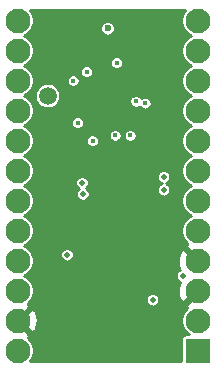
<source format=gbr>
%TF.GenerationSoftware,KiCad,Pcbnew,5.1.7+dfsg1-1~bpo10+1*%
%TF.CreationDate,Date%
%TF.ProjectId,ProMicro_POS,50726f4d-6963-4726-9f5f-504f532e6b69,v3.3*%
%TF.SameCoordinates,Original*%
%TF.FileFunction,Copper,L2,Inr*%
%TF.FilePolarity,Positive*%
%FSLAX46Y46*%
G04 Gerber Fmt 4.6, Leading zero omitted, Abs format (unit mm)*
G04 Created by KiCad*
%MOMM*%
%LPD*%
G01*
G04 APERTURE LIST*
%TA.AperFunction,ComponentPad*%
%ADD10R,2.100000X2.100000*%
%TD*%
%TA.AperFunction,ComponentPad*%
%ADD11C,2.100000*%
%TD*%
%TA.AperFunction,ComponentPad*%
%ADD12C,0.600000*%
%TD*%
%TA.AperFunction,ComponentPad*%
%ADD13C,1.500000*%
%TD*%
%TA.AperFunction,ViaPad*%
%ADD14C,0.500000*%
%TD*%
%TA.AperFunction,ViaPad*%
%ADD15C,0.450000*%
%TD*%
%TA.AperFunction,Conductor*%
%ADD16C,0.254000*%
%TD*%
%TA.AperFunction,Conductor*%
%ADD17C,0.100000*%
%TD*%
%ADD18C,0.200000*%
%ADD19C,0.350000*%
G04 APERTURE END LIST*
D10*
%TO.N,RXD*%
%TO.C,A1*%
X0Y0D03*
D11*
%TO.N,TXD*%
X0Y2540000D03*
%TO.N,GND*%
X0Y5080000D03*
%TO.N,Net-(A1-Pad13)*%
X-15240000Y27940000D03*
%TO.N,GND*%
X0Y7620000D03*
%TO.N,Net-(A1-Pad14)*%
X-15240000Y25400000D03*
%TO.N,SDA*%
X0Y10160000D03*
%TO.N,Net-(A1-Pad15)*%
X-15240000Y22860000D03*
%TO.N,SCL*%
X0Y12700000D03*
%TO.N,Net-(A1-Pad16)*%
X-15240000Y20320000D03*
%TO.N,Net-(A1-Pad7)*%
X0Y15240000D03*
%TO.N,Net-(A1-Pad17)*%
X-15240000Y17780000D03*
%TO.N,PWM*%
X0Y17780000D03*
%TO.N,Net-(A1-Pad18)*%
X-15240000Y15240000D03*
%TO.N,Net-(A1-Pad9)*%
X0Y20320000D03*
%TO.N,Net-(A1-Pad19)*%
X-15240000Y12700000D03*
%TO.N,INT*%
X0Y22860000D03*
%TO.N,Net-(A1-Pad20)*%
X-15240000Y10160000D03*
%TO.N,Net-(A1-Pad11)*%
X0Y25400000D03*
%TO.N,+3V3*%
X-15240000Y7620000D03*
%TO.N,Net-(A1-Pad12)*%
X0Y27940000D03*
%TO.N,~RST*%
X-15240000Y5080000D03*
%TO.N,GND*%
X-15240000Y2540000D03*
%TO.N,+5V*%
X-15240000Y0D03*
%TD*%
D12*
%TO.N,*%
%TO.C,H2*%
X-7620000Y27305000D03*
%TD*%
D13*
%TO.N,Net-(TP4-Pad1)*%
%TO.C,TP4*%
X-12700000Y21590000D03*
%TD*%
D14*
%TO.N,GND*%
X-8382000Y2921000D03*
X-6858000Y2921000D03*
X-6350000Y2032000D03*
X-8890000Y2032000D03*
X-4318000Y10414000D03*
X-8255000Y6350000D03*
X-10033000Y6096000D03*
X-12192000Y4064000D03*
X-8128000Y11176000D03*
X-6985000Y10160000D03*
X-1143000Y16510000D03*
X-5461000Y11557000D03*
X-6604000Y12700000D03*
X-5715000Y8890000D03*
X-9525000Y7620000D03*
X-7620000Y6985000D03*
X-6985000Y7620000D03*
X-6350000Y8255000D03*
X-7620000Y9525000D03*
X-8255000Y8890000D03*
X-8890000Y8255000D03*
X-5715000Y6350000D03*
X-5080000Y6985000D03*
X-4445000Y12573000D03*
X-3429000Y2159000D03*
X-11811000Y2159000D03*
X-4318000Y15367000D03*
X-7747000Y13843000D03*
X-12192000Y5969000D03*
X-3429000Y6096000D03*
D15*
X-9461500Y19748500D03*
X-10287000Y15240000D03*
X-10287000Y10795000D03*
X-8890000Y16383000D03*
X-6604000Y14859000D03*
X-5715000Y13970000D03*
X-5461000Y16383000D03*
X-4826000Y18796000D03*
X-8890000Y25146000D03*
X-7747000Y25146000D03*
X-3810000Y22860000D03*
X-11049000Y19685000D03*
X-13970000Y24130000D03*
X-13970000Y26670000D03*
X-1270000Y26670000D03*
X-1270000Y19050000D03*
X-11049000Y22098000D03*
D14*
X-11684000Y17653000D03*
%TO.N,+3V3*%
X-11051006Y8130000D03*
D15*
X-6858000Y24384000D03*
X-8890000Y17780000D03*
X-4445000Y20955000D03*
X-10541000Y22860000D03*
%TO.N,Net-(TP1-Pad1)*%
X-10160000Y19304000D03*
%TO.N,Net-(TP2-Pad1)*%
X-5241283Y21116338D03*
%TO.N,Net-(TP3-Pad1)*%
X-9398000Y23622000D03*
D14*
%TO.N,Net-(JP2-Pad1)*%
X-9715500Y13271500D03*
X-3810000Y4318000D03*
%TO.N,Net-(JP3-Pad1)*%
X-1270000Y6350000D03*
X-9779000Y14224000D03*
%TO.N,SDA*%
X-2870000Y13630000D03*
D15*
X-5715000Y18224500D03*
%TO.N,SCL*%
X-6985000Y18234490D03*
D14*
X-2870000Y14730000D03*
%TD*%
D16*
%TO.N,GND*%
X-1069586Y28817787D02*
X-1220282Y28592254D01*
X-1324083Y28341656D01*
X-1377000Y28075623D01*
X-1377000Y27804377D01*
X-1324083Y27538344D01*
X-1220282Y27287746D01*
X-1069586Y27062213D01*
X-877787Y26870414D01*
X-652254Y26719718D01*
X-532224Y26670000D01*
X-652254Y26620282D01*
X-877787Y26469586D01*
X-1069586Y26277787D01*
X-1220282Y26052254D01*
X-1324083Y25801656D01*
X-1377000Y25535623D01*
X-1377000Y25264377D01*
X-1324083Y24998344D01*
X-1220282Y24747746D01*
X-1069586Y24522213D01*
X-877787Y24330414D01*
X-652254Y24179718D01*
X-532224Y24130000D01*
X-652254Y24080282D01*
X-877787Y23929586D01*
X-1069586Y23737787D01*
X-1220282Y23512254D01*
X-1324083Y23261656D01*
X-1377000Y22995623D01*
X-1377000Y22724377D01*
X-1324083Y22458344D01*
X-1220282Y22207746D01*
X-1069586Y21982213D01*
X-877787Y21790414D01*
X-652254Y21639718D01*
X-532224Y21590000D01*
X-652254Y21540282D01*
X-877787Y21389586D01*
X-1069586Y21197787D01*
X-1220282Y20972254D01*
X-1324083Y20721656D01*
X-1377000Y20455623D01*
X-1377000Y20184377D01*
X-1324083Y19918344D01*
X-1220282Y19667746D01*
X-1069586Y19442213D01*
X-877787Y19250414D01*
X-652254Y19099718D01*
X-532224Y19050000D01*
X-652254Y19000282D01*
X-877787Y18849586D01*
X-1069586Y18657787D01*
X-1220282Y18432254D01*
X-1324083Y18181656D01*
X-1377000Y17915623D01*
X-1377000Y17644377D01*
X-1324083Y17378344D01*
X-1220282Y17127746D01*
X-1069586Y16902213D01*
X-877787Y16710414D01*
X-652254Y16559718D01*
X-532224Y16510000D01*
X-652254Y16460282D01*
X-877787Y16309586D01*
X-1069586Y16117787D01*
X-1220282Y15892254D01*
X-1324083Y15641656D01*
X-1377000Y15375623D01*
X-1377000Y15104377D01*
X-1324083Y14838344D01*
X-1220282Y14587746D01*
X-1069586Y14362213D01*
X-877787Y14170414D01*
X-652254Y14019718D01*
X-532224Y13970000D01*
X-652254Y13920282D01*
X-877787Y13769586D01*
X-1069586Y13577787D01*
X-1220282Y13352254D01*
X-1324083Y13101656D01*
X-1377000Y12835623D01*
X-1377000Y12564377D01*
X-1324083Y12298344D01*
X-1220282Y12047746D01*
X-1069586Y11822213D01*
X-877787Y11630414D01*
X-652254Y11479718D01*
X-532224Y11430000D01*
X-652254Y11380282D01*
X-877787Y11229586D01*
X-1069586Y11037787D01*
X-1220282Y10812254D01*
X-1324083Y10561656D01*
X-1377000Y10295623D01*
X-1377000Y10024377D01*
X-1324083Y9758344D01*
X-1220282Y9507746D01*
X-1069586Y9282213D01*
X-877787Y9090414D01*
X-858257Y9077365D01*
X-889661Y9060579D01*
X-991461Y8791066D01*
X0Y7799605D01*
X14143Y7813747D01*
X193748Y7634142D01*
X179605Y7620000D01*
X193748Y7605857D01*
X14143Y7426252D01*
X0Y7440395D01*
X-14142Y7426252D01*
X-193747Y7605857D01*
X-179605Y7620000D01*
X-1171066Y8611461D01*
X-1440579Y8509661D01*
X-1586463Y8211523D01*
X-1671380Y7890654D01*
X-1692066Y7559383D01*
X-1647728Y7230443D01*
X-1540069Y6916473D01*
X-1516526Y6872426D01*
X-1543312Y6861331D01*
X-1637816Y6798185D01*
X-1718185Y6717816D01*
X-1781331Y6623312D01*
X-1824826Y6518305D01*
X-1847000Y6406830D01*
X-1847000Y6293170D01*
X-1824826Y6181695D01*
X-1781331Y6076688D01*
X-1718185Y5982184D01*
X-1637816Y5901815D01*
X-1543312Y5838669D01*
X-1511187Y5825362D01*
X-1586463Y5671523D01*
X-1671380Y5350654D01*
X-1692066Y5019383D01*
X-1647728Y4690443D01*
X-1540069Y4376473D01*
X-1440579Y4190339D01*
X-1171066Y4088539D01*
X-179605Y5080000D01*
X-193747Y5094142D01*
X-14142Y5273747D01*
X0Y5259605D01*
X14143Y5273747D01*
X193748Y5094142D01*
X179605Y5080000D01*
X193748Y5065857D01*
X14143Y4886252D01*
X0Y4900395D01*
X-991461Y3908934D01*
X-889661Y3639421D01*
X-857031Y3623455D01*
X-877787Y3609586D01*
X-1069586Y3417787D01*
X-1220282Y3192254D01*
X-1324083Y2941656D01*
X-1377000Y2675623D01*
X-1377000Y2404377D01*
X-1324083Y2138344D01*
X-1220282Y1887746D01*
X-1069586Y1662213D01*
X-877787Y1470414D01*
X-740350Y1378582D01*
X-1050000Y1378582D01*
X-1114103Y1372268D01*
X-1175743Y1353570D01*
X-1232550Y1323206D01*
X-1282343Y1282343D01*
X-1323206Y1232550D01*
X-1353570Y1175743D01*
X-1372268Y1114103D01*
X-1378582Y1050000D01*
X-1378582Y-893000D01*
X-14185627Y-893000D01*
X-14170414Y-877787D01*
X-14019718Y-652254D01*
X-13915917Y-401656D01*
X-13863000Y-135623D01*
X-13863000Y135623D01*
X-13915917Y401656D01*
X-14019718Y652254D01*
X-14170414Y877787D01*
X-14362213Y1069586D01*
X-14381743Y1082635D01*
X-14350339Y1099421D01*
X-14248539Y1368934D01*
X-15240000Y2360395D01*
X-15254142Y2346252D01*
X-15433747Y2525857D01*
X-15419605Y2540000D01*
X-15060395Y2540000D01*
X-14068934Y1548539D01*
X-13799421Y1650339D01*
X-13653537Y1948477D01*
X-13568620Y2269346D01*
X-13547934Y2600617D01*
X-13592272Y2929557D01*
X-13699931Y3243527D01*
X-13799421Y3429661D01*
X-14068934Y3531461D01*
X-15060395Y2540000D01*
X-15419605Y2540000D01*
X-15433747Y2554142D01*
X-15254142Y2733747D01*
X-15240000Y2719605D01*
X-14248539Y3711066D01*
X-14350339Y3980579D01*
X-14382969Y3996545D01*
X-14362213Y4010414D01*
X-14170414Y4202213D01*
X-14055076Y4374830D01*
X-4387000Y4374830D01*
X-4387000Y4261170D01*
X-4364826Y4149695D01*
X-4321331Y4044688D01*
X-4258185Y3950184D01*
X-4177816Y3869815D01*
X-4083312Y3806669D01*
X-3978305Y3763174D01*
X-3866830Y3741000D01*
X-3753170Y3741000D01*
X-3641695Y3763174D01*
X-3536688Y3806669D01*
X-3442184Y3869815D01*
X-3361815Y3950184D01*
X-3298669Y4044688D01*
X-3255174Y4149695D01*
X-3233000Y4261170D01*
X-3233000Y4374830D01*
X-3255174Y4486305D01*
X-3298669Y4591312D01*
X-3361815Y4685816D01*
X-3442184Y4766185D01*
X-3536688Y4829331D01*
X-3641695Y4872826D01*
X-3753170Y4895000D01*
X-3866830Y4895000D01*
X-3978305Y4872826D01*
X-4083312Y4829331D01*
X-4177816Y4766185D01*
X-4258185Y4685816D01*
X-4321331Y4591312D01*
X-4364826Y4486305D01*
X-4387000Y4374830D01*
X-14055076Y4374830D01*
X-14019718Y4427746D01*
X-13915917Y4678344D01*
X-13863000Y4944377D01*
X-13863000Y5215623D01*
X-13915917Y5481656D01*
X-14019718Y5732254D01*
X-14170414Y5957787D01*
X-14362213Y6149586D01*
X-14587746Y6300282D01*
X-14707776Y6350000D01*
X-14587746Y6399718D01*
X-14362213Y6550414D01*
X-14170414Y6742213D01*
X-14019718Y6967746D01*
X-13915917Y7218344D01*
X-13863000Y7484377D01*
X-13863000Y7755623D01*
X-13915917Y8021656D01*
X-13984334Y8186830D01*
X-11628006Y8186830D01*
X-11628006Y8073170D01*
X-11605832Y7961695D01*
X-11562337Y7856688D01*
X-11499191Y7762184D01*
X-11418822Y7681815D01*
X-11324318Y7618669D01*
X-11219311Y7575174D01*
X-11107836Y7553000D01*
X-10994176Y7553000D01*
X-10882701Y7575174D01*
X-10777694Y7618669D01*
X-10683190Y7681815D01*
X-10602821Y7762184D01*
X-10539675Y7856688D01*
X-10496180Y7961695D01*
X-10474006Y8073170D01*
X-10474006Y8186830D01*
X-10496180Y8298305D01*
X-10539675Y8403312D01*
X-10602821Y8497816D01*
X-10683190Y8578185D01*
X-10777694Y8641331D01*
X-10882701Y8684826D01*
X-10994176Y8707000D01*
X-11107836Y8707000D01*
X-11219311Y8684826D01*
X-11324318Y8641331D01*
X-11418822Y8578185D01*
X-11499191Y8497816D01*
X-11562337Y8403312D01*
X-11605832Y8298305D01*
X-11628006Y8186830D01*
X-13984334Y8186830D01*
X-14019718Y8272254D01*
X-14170414Y8497787D01*
X-14362213Y8689586D01*
X-14587746Y8840282D01*
X-14707776Y8890000D01*
X-14587746Y8939718D01*
X-14362213Y9090414D01*
X-14170414Y9282213D01*
X-14019718Y9507746D01*
X-13915917Y9758344D01*
X-13863000Y10024377D01*
X-13863000Y10295623D01*
X-13915917Y10561656D01*
X-14019718Y10812254D01*
X-14170414Y11037787D01*
X-14362213Y11229586D01*
X-14587746Y11380282D01*
X-14707776Y11430000D01*
X-14587746Y11479718D01*
X-14362213Y11630414D01*
X-14170414Y11822213D01*
X-14019718Y12047746D01*
X-13915917Y12298344D01*
X-13863000Y12564377D01*
X-13863000Y12835623D01*
X-13915917Y13101656D01*
X-14019718Y13352254D01*
X-14170414Y13577787D01*
X-14362213Y13769586D01*
X-14587746Y13920282D01*
X-14707776Y13970000D01*
X-14587746Y14019718D01*
X-14362213Y14170414D01*
X-14251797Y14280830D01*
X-10356000Y14280830D01*
X-10356000Y14167170D01*
X-10333826Y14055695D01*
X-10290331Y13950688D01*
X-10227185Y13856184D01*
X-10146816Y13775815D01*
X-10073064Y13726535D01*
X-10083316Y13719685D01*
X-10163685Y13639316D01*
X-10226831Y13544812D01*
X-10270326Y13439805D01*
X-10292500Y13328330D01*
X-10292500Y13214670D01*
X-10270326Y13103195D01*
X-10226831Y12998188D01*
X-10163685Y12903684D01*
X-10083316Y12823315D01*
X-9988812Y12760169D01*
X-9883805Y12716674D01*
X-9772330Y12694500D01*
X-9658670Y12694500D01*
X-9547195Y12716674D01*
X-9442188Y12760169D01*
X-9347684Y12823315D01*
X-9267315Y12903684D01*
X-9204169Y12998188D01*
X-9160674Y13103195D01*
X-9138500Y13214670D01*
X-9138500Y13328330D01*
X-9160674Y13439805D01*
X-9204169Y13544812D01*
X-9267315Y13639316D01*
X-9347684Y13719685D01*
X-9421436Y13768965D01*
X-9411184Y13775815D01*
X-9330815Y13856184D01*
X-9267669Y13950688D01*
X-9224174Y14055695D01*
X-9202000Y14167170D01*
X-9202000Y14280830D01*
X-9224174Y14392305D01*
X-9267669Y14497312D01*
X-9330815Y14591816D01*
X-9411184Y14672185D01*
X-9505688Y14735331D01*
X-9610695Y14778826D01*
X-9650933Y14786830D01*
X-3447000Y14786830D01*
X-3447000Y14673170D01*
X-3424826Y14561695D01*
X-3381331Y14456688D01*
X-3318185Y14362184D01*
X-3237816Y14281815D01*
X-3143312Y14218669D01*
X-3049956Y14180000D01*
X-3143312Y14141331D01*
X-3237816Y14078185D01*
X-3318185Y13997816D01*
X-3381331Y13903312D01*
X-3424826Y13798305D01*
X-3447000Y13686830D01*
X-3447000Y13573170D01*
X-3424826Y13461695D01*
X-3381331Y13356688D01*
X-3318185Y13262184D01*
X-3237816Y13181815D01*
X-3143312Y13118669D01*
X-3038305Y13075174D01*
X-2926830Y13053000D01*
X-2813170Y13053000D01*
X-2701695Y13075174D01*
X-2596688Y13118669D01*
X-2502184Y13181815D01*
X-2421815Y13262184D01*
X-2358669Y13356688D01*
X-2315174Y13461695D01*
X-2293000Y13573170D01*
X-2293000Y13686830D01*
X-2315174Y13798305D01*
X-2358669Y13903312D01*
X-2421815Y13997816D01*
X-2502184Y14078185D01*
X-2596688Y14141331D01*
X-2690044Y14180000D01*
X-2596688Y14218669D01*
X-2502184Y14281815D01*
X-2421815Y14362184D01*
X-2358669Y14456688D01*
X-2315174Y14561695D01*
X-2293000Y14673170D01*
X-2293000Y14786830D01*
X-2315174Y14898305D01*
X-2358669Y15003312D01*
X-2421815Y15097816D01*
X-2502184Y15178185D01*
X-2596688Y15241331D01*
X-2701695Y15284826D01*
X-2813170Y15307000D01*
X-2926830Y15307000D01*
X-3038305Y15284826D01*
X-3143312Y15241331D01*
X-3237816Y15178185D01*
X-3318185Y15097816D01*
X-3381331Y15003312D01*
X-3424826Y14898305D01*
X-3447000Y14786830D01*
X-9650933Y14786830D01*
X-9722170Y14801000D01*
X-9835830Y14801000D01*
X-9947305Y14778826D01*
X-10052312Y14735331D01*
X-10146816Y14672185D01*
X-10227185Y14591816D01*
X-10290331Y14497312D01*
X-10333826Y14392305D01*
X-10356000Y14280830D01*
X-14251797Y14280830D01*
X-14170414Y14362213D01*
X-14019718Y14587746D01*
X-13915917Y14838344D01*
X-13863000Y15104377D01*
X-13863000Y15375623D01*
X-13915917Y15641656D01*
X-14019718Y15892254D01*
X-14170414Y16117787D01*
X-14362213Y16309586D01*
X-14587746Y16460282D01*
X-14707776Y16510000D01*
X-14587746Y16559718D01*
X-14362213Y16710414D01*
X-14170414Y16902213D01*
X-14019718Y17127746D01*
X-13915917Y17378344D01*
X-13863000Y17644377D01*
X-13863000Y17834367D01*
X-9442000Y17834367D01*
X-9442000Y17725633D01*
X-9420787Y17618988D01*
X-9379176Y17518530D01*
X-9318766Y17428120D01*
X-9241880Y17351234D01*
X-9151470Y17290824D01*
X-9051012Y17249213D01*
X-8944367Y17228000D01*
X-8835633Y17228000D01*
X-8728988Y17249213D01*
X-8628530Y17290824D01*
X-8538120Y17351234D01*
X-8461234Y17428120D01*
X-8400824Y17518530D01*
X-8359213Y17618988D01*
X-8338000Y17725633D01*
X-8338000Y17834367D01*
X-8359213Y17941012D01*
X-8400824Y18041470D01*
X-8461234Y18131880D01*
X-8538120Y18208766D01*
X-8628530Y18269176D01*
X-8676044Y18288857D01*
X-7537000Y18288857D01*
X-7537000Y18180123D01*
X-7515787Y18073478D01*
X-7474176Y17973020D01*
X-7413766Y17882610D01*
X-7336880Y17805724D01*
X-7246470Y17745314D01*
X-7146012Y17703703D01*
X-7039367Y17682490D01*
X-6930633Y17682490D01*
X-6823988Y17703703D01*
X-6723530Y17745314D01*
X-6633120Y17805724D01*
X-6556234Y17882610D01*
X-6495824Y17973020D01*
X-6454213Y18073478D01*
X-6433000Y18180123D01*
X-6433000Y18278867D01*
X-6267000Y18278867D01*
X-6267000Y18170133D01*
X-6245787Y18063488D01*
X-6204176Y17963030D01*
X-6143766Y17872620D01*
X-6066880Y17795734D01*
X-5976470Y17735324D01*
X-5876012Y17693713D01*
X-5769367Y17672500D01*
X-5660633Y17672500D01*
X-5553988Y17693713D01*
X-5453530Y17735324D01*
X-5363120Y17795734D01*
X-5286234Y17872620D01*
X-5225824Y17963030D01*
X-5184213Y18063488D01*
X-5163000Y18170133D01*
X-5163000Y18278867D01*
X-5184213Y18385512D01*
X-5225824Y18485970D01*
X-5286234Y18576380D01*
X-5363120Y18653266D01*
X-5453530Y18713676D01*
X-5553988Y18755287D01*
X-5660633Y18776500D01*
X-5769367Y18776500D01*
X-5876012Y18755287D01*
X-5976470Y18713676D01*
X-6066880Y18653266D01*
X-6143766Y18576380D01*
X-6204176Y18485970D01*
X-6245787Y18385512D01*
X-6267000Y18278867D01*
X-6433000Y18278867D01*
X-6433000Y18288857D01*
X-6454213Y18395502D01*
X-6495824Y18495960D01*
X-6556234Y18586370D01*
X-6633120Y18663256D01*
X-6723530Y18723666D01*
X-6823988Y18765277D01*
X-6930633Y18786490D01*
X-7039367Y18786490D01*
X-7146012Y18765277D01*
X-7246470Y18723666D01*
X-7336880Y18663256D01*
X-7413766Y18586370D01*
X-7474176Y18495960D01*
X-7515787Y18395502D01*
X-7537000Y18288857D01*
X-8676044Y18288857D01*
X-8728988Y18310787D01*
X-8835633Y18332000D01*
X-8944367Y18332000D01*
X-9051012Y18310787D01*
X-9151470Y18269176D01*
X-9241880Y18208766D01*
X-9318766Y18131880D01*
X-9379176Y18041470D01*
X-9420787Y17941012D01*
X-9442000Y17834367D01*
X-13863000Y17834367D01*
X-13863000Y17915623D01*
X-13915917Y18181656D01*
X-14019718Y18432254D01*
X-14170414Y18657787D01*
X-14362213Y18849586D01*
X-14587746Y19000282D01*
X-14707776Y19050000D01*
X-14587746Y19099718D01*
X-14362213Y19250414D01*
X-14254260Y19358367D01*
X-10712000Y19358367D01*
X-10712000Y19249633D01*
X-10690787Y19142988D01*
X-10649176Y19042530D01*
X-10588766Y18952120D01*
X-10511880Y18875234D01*
X-10421470Y18814824D01*
X-10321012Y18773213D01*
X-10214367Y18752000D01*
X-10105633Y18752000D01*
X-9998988Y18773213D01*
X-9898530Y18814824D01*
X-9808120Y18875234D01*
X-9731234Y18952120D01*
X-9670824Y19042530D01*
X-9629213Y19142988D01*
X-9608000Y19249633D01*
X-9608000Y19358367D01*
X-9629213Y19465012D01*
X-9670824Y19565470D01*
X-9731234Y19655880D01*
X-9808120Y19732766D01*
X-9898530Y19793176D01*
X-9998988Y19834787D01*
X-10105633Y19856000D01*
X-10214367Y19856000D01*
X-10321012Y19834787D01*
X-10421470Y19793176D01*
X-10511880Y19732766D01*
X-10588766Y19655880D01*
X-10649176Y19565470D01*
X-10690787Y19465012D01*
X-10712000Y19358367D01*
X-14254260Y19358367D01*
X-14170414Y19442213D01*
X-14019718Y19667746D01*
X-13915917Y19918344D01*
X-13863000Y20184377D01*
X-13863000Y20455623D01*
X-13915917Y20721656D01*
X-14019718Y20972254D01*
X-14170414Y21197787D01*
X-14362213Y21389586D01*
X-14587746Y21540282D01*
X-14707776Y21590000D01*
X-14587746Y21639718D01*
X-14503402Y21696075D01*
X-13777000Y21696075D01*
X-13777000Y21483925D01*
X-13735611Y21275851D01*
X-13654425Y21079849D01*
X-13536560Y20903453D01*
X-13386547Y20753440D01*
X-13210151Y20635575D01*
X-13014149Y20554389D01*
X-12806075Y20513000D01*
X-12593925Y20513000D01*
X-12385851Y20554389D01*
X-12189849Y20635575D01*
X-12013453Y20753440D01*
X-11863440Y20903453D01*
X-11745575Y21079849D01*
X-11707942Y21170705D01*
X-5793283Y21170705D01*
X-5793283Y21061971D01*
X-5772070Y20955326D01*
X-5730459Y20854868D01*
X-5670049Y20764458D01*
X-5593163Y20687572D01*
X-5502753Y20627162D01*
X-5402295Y20585551D01*
X-5295650Y20564338D01*
X-5186916Y20564338D01*
X-5080271Y20585551D01*
X-4979813Y20627162D01*
X-4917604Y20668729D01*
X-4873766Y20603120D01*
X-4796880Y20526234D01*
X-4706470Y20465824D01*
X-4606012Y20424213D01*
X-4499367Y20403000D01*
X-4390633Y20403000D01*
X-4283988Y20424213D01*
X-4183530Y20465824D01*
X-4093120Y20526234D01*
X-4016234Y20603120D01*
X-3955824Y20693530D01*
X-3914213Y20793988D01*
X-3893000Y20900633D01*
X-3893000Y21009367D01*
X-3914213Y21116012D01*
X-3955824Y21216470D01*
X-4016234Y21306880D01*
X-4093120Y21383766D01*
X-4183530Y21444176D01*
X-4283988Y21485787D01*
X-4390633Y21507000D01*
X-4499367Y21507000D01*
X-4606012Y21485787D01*
X-4706470Y21444176D01*
X-4768679Y21402609D01*
X-4812517Y21468218D01*
X-4889403Y21545104D01*
X-4979813Y21605514D01*
X-5080271Y21647125D01*
X-5186916Y21668338D01*
X-5295650Y21668338D01*
X-5402295Y21647125D01*
X-5502753Y21605514D01*
X-5593163Y21545104D01*
X-5670049Y21468218D01*
X-5730459Y21377808D01*
X-5772070Y21277350D01*
X-5793283Y21170705D01*
X-11707942Y21170705D01*
X-11664389Y21275851D01*
X-11623000Y21483925D01*
X-11623000Y21696075D01*
X-11664389Y21904149D01*
X-11745575Y22100151D01*
X-11863440Y22276547D01*
X-12013453Y22426560D01*
X-12189849Y22544425D01*
X-12385851Y22625611D01*
X-12593925Y22667000D01*
X-12806075Y22667000D01*
X-13014149Y22625611D01*
X-13210151Y22544425D01*
X-13386547Y22426560D01*
X-13536560Y22276547D01*
X-13654425Y22100151D01*
X-13735611Y21904149D01*
X-13777000Y21696075D01*
X-14503402Y21696075D01*
X-14362213Y21790414D01*
X-14170414Y21982213D01*
X-14019718Y22207746D01*
X-13915917Y22458344D01*
X-13863000Y22724377D01*
X-13863000Y22914367D01*
X-11093000Y22914367D01*
X-11093000Y22805633D01*
X-11071787Y22698988D01*
X-11030176Y22598530D01*
X-10969766Y22508120D01*
X-10892880Y22431234D01*
X-10802470Y22370824D01*
X-10702012Y22329213D01*
X-10595367Y22308000D01*
X-10486633Y22308000D01*
X-10379988Y22329213D01*
X-10279530Y22370824D01*
X-10189120Y22431234D01*
X-10112234Y22508120D01*
X-10051824Y22598530D01*
X-10010213Y22698988D01*
X-9989000Y22805633D01*
X-9989000Y22914367D01*
X-10010213Y23021012D01*
X-10051824Y23121470D01*
X-10112234Y23211880D01*
X-10189120Y23288766D01*
X-10279530Y23349176D01*
X-10379988Y23390787D01*
X-10486633Y23412000D01*
X-10595367Y23412000D01*
X-10702012Y23390787D01*
X-10802470Y23349176D01*
X-10892880Y23288766D01*
X-10969766Y23211880D01*
X-11030176Y23121470D01*
X-11071787Y23021012D01*
X-11093000Y22914367D01*
X-13863000Y22914367D01*
X-13863000Y22995623D01*
X-13915917Y23261656D01*
X-14019718Y23512254D01*
X-14129374Y23676367D01*
X-9950000Y23676367D01*
X-9950000Y23567633D01*
X-9928787Y23460988D01*
X-9887176Y23360530D01*
X-9826766Y23270120D01*
X-9749880Y23193234D01*
X-9659470Y23132824D01*
X-9559012Y23091213D01*
X-9452367Y23070000D01*
X-9343633Y23070000D01*
X-9236988Y23091213D01*
X-9136530Y23132824D01*
X-9046120Y23193234D01*
X-8969234Y23270120D01*
X-8908824Y23360530D01*
X-8867213Y23460988D01*
X-8846000Y23567633D01*
X-8846000Y23676367D01*
X-8867213Y23783012D01*
X-8908824Y23883470D01*
X-8969234Y23973880D01*
X-9046120Y24050766D01*
X-9136530Y24111176D01*
X-9236988Y24152787D01*
X-9343633Y24174000D01*
X-9452367Y24174000D01*
X-9559012Y24152787D01*
X-9659470Y24111176D01*
X-9749880Y24050766D01*
X-9826766Y23973880D01*
X-9887176Y23883470D01*
X-9928787Y23783012D01*
X-9950000Y23676367D01*
X-14129374Y23676367D01*
X-14170414Y23737787D01*
X-14362213Y23929586D01*
X-14587746Y24080282D01*
X-14707776Y24130000D01*
X-14587746Y24179718D01*
X-14362213Y24330414D01*
X-14254260Y24438367D01*
X-7410000Y24438367D01*
X-7410000Y24329633D01*
X-7388787Y24222988D01*
X-7347176Y24122530D01*
X-7286766Y24032120D01*
X-7209880Y23955234D01*
X-7119470Y23894824D01*
X-7019012Y23853213D01*
X-6912367Y23832000D01*
X-6803633Y23832000D01*
X-6696988Y23853213D01*
X-6596530Y23894824D01*
X-6506120Y23955234D01*
X-6429234Y24032120D01*
X-6368824Y24122530D01*
X-6327213Y24222988D01*
X-6306000Y24329633D01*
X-6306000Y24438367D01*
X-6327213Y24545012D01*
X-6368824Y24645470D01*
X-6429234Y24735880D01*
X-6506120Y24812766D01*
X-6596530Y24873176D01*
X-6696988Y24914787D01*
X-6803633Y24936000D01*
X-6912367Y24936000D01*
X-7019012Y24914787D01*
X-7119470Y24873176D01*
X-7209880Y24812766D01*
X-7286766Y24735880D01*
X-7347176Y24645470D01*
X-7388787Y24545012D01*
X-7410000Y24438367D01*
X-14254260Y24438367D01*
X-14170414Y24522213D01*
X-14019718Y24747746D01*
X-13915917Y24998344D01*
X-13863000Y25264377D01*
X-13863000Y25535623D01*
X-13915917Y25801656D01*
X-14019718Y26052254D01*
X-14170414Y26277787D01*
X-14362213Y26469586D01*
X-14587746Y26620282D01*
X-14707776Y26670000D01*
X-14587746Y26719718D01*
X-14362213Y26870414D01*
X-14170414Y27062213D01*
X-14019718Y27287746D01*
X-13986992Y27366754D01*
X-8247000Y27366754D01*
X-8247000Y27243246D01*
X-8222905Y27122111D01*
X-8175640Y27008004D01*
X-8107023Y26905311D01*
X-8019689Y26817977D01*
X-7916996Y26749360D01*
X-7802889Y26702095D01*
X-7681754Y26678000D01*
X-7558246Y26678000D01*
X-7437111Y26702095D01*
X-7323004Y26749360D01*
X-7220311Y26817977D01*
X-7132977Y26905311D01*
X-7064360Y27008004D01*
X-7017095Y27122111D01*
X-6993000Y27243246D01*
X-6993000Y27366754D01*
X-7017095Y27487889D01*
X-7064360Y27601996D01*
X-7132977Y27704689D01*
X-7220311Y27792023D01*
X-7323004Y27860640D01*
X-7437111Y27907905D01*
X-7558246Y27932000D01*
X-7681754Y27932000D01*
X-7802889Y27907905D01*
X-7916996Y27860640D01*
X-8019689Y27792023D01*
X-8107023Y27704689D01*
X-8175640Y27601996D01*
X-8222905Y27487889D01*
X-8247000Y27366754D01*
X-13986992Y27366754D01*
X-13915917Y27538344D01*
X-13863000Y27804377D01*
X-13863000Y28075623D01*
X-13915917Y28341656D01*
X-14019718Y28592254D01*
X-14170414Y28817787D01*
X-14185627Y28833000D01*
X-1054373Y28833000D01*
X-1069586Y28817787D01*
%TA.AperFunction,Conductor*%
D17*
G36*
X-1069586Y28817787D02*
G01*
X-1220282Y28592254D01*
X-1324083Y28341656D01*
X-1377000Y28075623D01*
X-1377000Y27804377D01*
X-1324083Y27538344D01*
X-1220282Y27287746D01*
X-1069586Y27062213D01*
X-877787Y26870414D01*
X-652254Y26719718D01*
X-532224Y26670000D01*
X-652254Y26620282D01*
X-877787Y26469586D01*
X-1069586Y26277787D01*
X-1220282Y26052254D01*
X-1324083Y25801656D01*
X-1377000Y25535623D01*
X-1377000Y25264377D01*
X-1324083Y24998344D01*
X-1220282Y24747746D01*
X-1069586Y24522213D01*
X-877787Y24330414D01*
X-652254Y24179718D01*
X-532224Y24130000D01*
X-652254Y24080282D01*
X-877787Y23929586D01*
X-1069586Y23737787D01*
X-1220282Y23512254D01*
X-1324083Y23261656D01*
X-1377000Y22995623D01*
X-1377000Y22724377D01*
X-1324083Y22458344D01*
X-1220282Y22207746D01*
X-1069586Y21982213D01*
X-877787Y21790414D01*
X-652254Y21639718D01*
X-532224Y21590000D01*
X-652254Y21540282D01*
X-877787Y21389586D01*
X-1069586Y21197787D01*
X-1220282Y20972254D01*
X-1324083Y20721656D01*
X-1377000Y20455623D01*
X-1377000Y20184377D01*
X-1324083Y19918344D01*
X-1220282Y19667746D01*
X-1069586Y19442213D01*
X-877787Y19250414D01*
X-652254Y19099718D01*
X-532224Y19050000D01*
X-652254Y19000282D01*
X-877787Y18849586D01*
X-1069586Y18657787D01*
X-1220282Y18432254D01*
X-1324083Y18181656D01*
X-1377000Y17915623D01*
X-1377000Y17644377D01*
X-1324083Y17378344D01*
X-1220282Y17127746D01*
X-1069586Y16902213D01*
X-877787Y16710414D01*
X-652254Y16559718D01*
X-532224Y16510000D01*
X-652254Y16460282D01*
X-877787Y16309586D01*
X-1069586Y16117787D01*
X-1220282Y15892254D01*
X-1324083Y15641656D01*
X-1377000Y15375623D01*
X-1377000Y15104377D01*
X-1324083Y14838344D01*
X-1220282Y14587746D01*
X-1069586Y14362213D01*
X-877787Y14170414D01*
X-652254Y14019718D01*
X-532224Y13970000D01*
X-652254Y13920282D01*
X-877787Y13769586D01*
X-1069586Y13577787D01*
X-1220282Y13352254D01*
X-1324083Y13101656D01*
X-1377000Y12835623D01*
X-1377000Y12564377D01*
X-1324083Y12298344D01*
X-1220282Y12047746D01*
X-1069586Y11822213D01*
X-877787Y11630414D01*
X-652254Y11479718D01*
X-532224Y11430000D01*
X-652254Y11380282D01*
X-877787Y11229586D01*
X-1069586Y11037787D01*
X-1220282Y10812254D01*
X-1324083Y10561656D01*
X-1377000Y10295623D01*
X-1377000Y10024377D01*
X-1324083Y9758344D01*
X-1220282Y9507746D01*
X-1069586Y9282213D01*
X-877787Y9090414D01*
X-858257Y9077365D01*
X-889661Y9060579D01*
X-991461Y8791066D01*
X0Y7799605D01*
X14143Y7813747D01*
X193748Y7634142D01*
X179605Y7620000D01*
X193748Y7605857D01*
X14143Y7426252D01*
X0Y7440395D01*
X-14142Y7426252D01*
X-193747Y7605857D01*
X-179605Y7620000D01*
X-1171066Y8611461D01*
X-1440579Y8509661D01*
X-1586463Y8211523D01*
X-1671380Y7890654D01*
X-1692066Y7559383D01*
X-1647728Y7230443D01*
X-1540069Y6916473D01*
X-1516526Y6872426D01*
X-1543312Y6861331D01*
X-1637816Y6798185D01*
X-1718185Y6717816D01*
X-1781331Y6623312D01*
X-1824826Y6518305D01*
X-1847000Y6406830D01*
X-1847000Y6293170D01*
X-1824826Y6181695D01*
X-1781331Y6076688D01*
X-1718185Y5982184D01*
X-1637816Y5901815D01*
X-1543312Y5838669D01*
X-1511187Y5825362D01*
X-1586463Y5671523D01*
X-1671380Y5350654D01*
X-1692066Y5019383D01*
X-1647728Y4690443D01*
X-1540069Y4376473D01*
X-1440579Y4190339D01*
X-1171066Y4088539D01*
X-179605Y5080000D01*
X-193747Y5094142D01*
X-14142Y5273747D01*
X0Y5259605D01*
X14143Y5273747D01*
X193748Y5094142D01*
X179605Y5080000D01*
X193748Y5065857D01*
X14143Y4886252D01*
X0Y4900395D01*
X-991461Y3908934D01*
X-889661Y3639421D01*
X-857031Y3623455D01*
X-877787Y3609586D01*
X-1069586Y3417787D01*
X-1220282Y3192254D01*
X-1324083Y2941656D01*
X-1377000Y2675623D01*
X-1377000Y2404377D01*
X-1324083Y2138344D01*
X-1220282Y1887746D01*
X-1069586Y1662213D01*
X-877787Y1470414D01*
X-740350Y1378582D01*
X-1050000Y1378582D01*
X-1114103Y1372268D01*
X-1175743Y1353570D01*
X-1232550Y1323206D01*
X-1282343Y1282343D01*
X-1323206Y1232550D01*
X-1353570Y1175743D01*
X-1372268Y1114103D01*
X-1378582Y1050000D01*
X-1378582Y-893000D01*
X-14185627Y-893000D01*
X-14170414Y-877787D01*
X-14019718Y-652254D01*
X-13915917Y-401656D01*
X-13863000Y-135623D01*
X-13863000Y135623D01*
X-13915917Y401656D01*
X-14019718Y652254D01*
X-14170414Y877787D01*
X-14362213Y1069586D01*
X-14381743Y1082635D01*
X-14350339Y1099421D01*
X-14248539Y1368934D01*
X-15240000Y2360395D01*
X-15254142Y2346252D01*
X-15433747Y2525857D01*
X-15419605Y2540000D01*
X-15060395Y2540000D01*
X-14068934Y1548539D01*
X-13799421Y1650339D01*
X-13653537Y1948477D01*
X-13568620Y2269346D01*
X-13547934Y2600617D01*
X-13592272Y2929557D01*
X-13699931Y3243527D01*
X-13799421Y3429661D01*
X-14068934Y3531461D01*
X-15060395Y2540000D01*
X-15419605Y2540000D01*
X-15433747Y2554142D01*
X-15254142Y2733747D01*
X-15240000Y2719605D01*
X-14248539Y3711066D01*
X-14350339Y3980579D01*
X-14382969Y3996545D01*
X-14362213Y4010414D01*
X-14170414Y4202213D01*
X-14055076Y4374830D01*
X-4387000Y4374830D01*
X-4387000Y4261170D01*
X-4364826Y4149695D01*
X-4321331Y4044688D01*
X-4258185Y3950184D01*
X-4177816Y3869815D01*
X-4083312Y3806669D01*
X-3978305Y3763174D01*
X-3866830Y3741000D01*
X-3753170Y3741000D01*
X-3641695Y3763174D01*
X-3536688Y3806669D01*
X-3442184Y3869815D01*
X-3361815Y3950184D01*
X-3298669Y4044688D01*
X-3255174Y4149695D01*
X-3233000Y4261170D01*
X-3233000Y4374830D01*
X-3255174Y4486305D01*
X-3298669Y4591312D01*
X-3361815Y4685816D01*
X-3442184Y4766185D01*
X-3536688Y4829331D01*
X-3641695Y4872826D01*
X-3753170Y4895000D01*
X-3866830Y4895000D01*
X-3978305Y4872826D01*
X-4083312Y4829331D01*
X-4177816Y4766185D01*
X-4258185Y4685816D01*
X-4321331Y4591312D01*
X-4364826Y4486305D01*
X-4387000Y4374830D01*
X-14055076Y4374830D01*
X-14019718Y4427746D01*
X-13915917Y4678344D01*
X-13863000Y4944377D01*
X-13863000Y5215623D01*
X-13915917Y5481656D01*
X-14019718Y5732254D01*
X-14170414Y5957787D01*
X-14362213Y6149586D01*
X-14587746Y6300282D01*
X-14707776Y6350000D01*
X-14587746Y6399718D01*
X-14362213Y6550414D01*
X-14170414Y6742213D01*
X-14019718Y6967746D01*
X-13915917Y7218344D01*
X-13863000Y7484377D01*
X-13863000Y7755623D01*
X-13915917Y8021656D01*
X-13984334Y8186830D01*
X-11628006Y8186830D01*
X-11628006Y8073170D01*
X-11605832Y7961695D01*
X-11562337Y7856688D01*
X-11499191Y7762184D01*
X-11418822Y7681815D01*
X-11324318Y7618669D01*
X-11219311Y7575174D01*
X-11107836Y7553000D01*
X-10994176Y7553000D01*
X-10882701Y7575174D01*
X-10777694Y7618669D01*
X-10683190Y7681815D01*
X-10602821Y7762184D01*
X-10539675Y7856688D01*
X-10496180Y7961695D01*
X-10474006Y8073170D01*
X-10474006Y8186830D01*
X-10496180Y8298305D01*
X-10539675Y8403312D01*
X-10602821Y8497816D01*
X-10683190Y8578185D01*
X-10777694Y8641331D01*
X-10882701Y8684826D01*
X-10994176Y8707000D01*
X-11107836Y8707000D01*
X-11219311Y8684826D01*
X-11324318Y8641331D01*
X-11418822Y8578185D01*
X-11499191Y8497816D01*
X-11562337Y8403312D01*
X-11605832Y8298305D01*
X-11628006Y8186830D01*
X-13984334Y8186830D01*
X-14019718Y8272254D01*
X-14170414Y8497787D01*
X-14362213Y8689586D01*
X-14587746Y8840282D01*
X-14707776Y8890000D01*
X-14587746Y8939718D01*
X-14362213Y9090414D01*
X-14170414Y9282213D01*
X-14019718Y9507746D01*
X-13915917Y9758344D01*
X-13863000Y10024377D01*
X-13863000Y10295623D01*
X-13915917Y10561656D01*
X-14019718Y10812254D01*
X-14170414Y11037787D01*
X-14362213Y11229586D01*
X-14587746Y11380282D01*
X-14707776Y11430000D01*
X-14587746Y11479718D01*
X-14362213Y11630414D01*
X-14170414Y11822213D01*
X-14019718Y12047746D01*
X-13915917Y12298344D01*
X-13863000Y12564377D01*
X-13863000Y12835623D01*
X-13915917Y13101656D01*
X-14019718Y13352254D01*
X-14170414Y13577787D01*
X-14362213Y13769586D01*
X-14587746Y13920282D01*
X-14707776Y13970000D01*
X-14587746Y14019718D01*
X-14362213Y14170414D01*
X-14251797Y14280830D01*
X-10356000Y14280830D01*
X-10356000Y14167170D01*
X-10333826Y14055695D01*
X-10290331Y13950688D01*
X-10227185Y13856184D01*
X-10146816Y13775815D01*
X-10073064Y13726535D01*
X-10083316Y13719685D01*
X-10163685Y13639316D01*
X-10226831Y13544812D01*
X-10270326Y13439805D01*
X-10292500Y13328330D01*
X-10292500Y13214670D01*
X-10270326Y13103195D01*
X-10226831Y12998188D01*
X-10163685Y12903684D01*
X-10083316Y12823315D01*
X-9988812Y12760169D01*
X-9883805Y12716674D01*
X-9772330Y12694500D01*
X-9658670Y12694500D01*
X-9547195Y12716674D01*
X-9442188Y12760169D01*
X-9347684Y12823315D01*
X-9267315Y12903684D01*
X-9204169Y12998188D01*
X-9160674Y13103195D01*
X-9138500Y13214670D01*
X-9138500Y13328330D01*
X-9160674Y13439805D01*
X-9204169Y13544812D01*
X-9267315Y13639316D01*
X-9347684Y13719685D01*
X-9421436Y13768965D01*
X-9411184Y13775815D01*
X-9330815Y13856184D01*
X-9267669Y13950688D01*
X-9224174Y14055695D01*
X-9202000Y14167170D01*
X-9202000Y14280830D01*
X-9224174Y14392305D01*
X-9267669Y14497312D01*
X-9330815Y14591816D01*
X-9411184Y14672185D01*
X-9505688Y14735331D01*
X-9610695Y14778826D01*
X-9650933Y14786830D01*
X-3447000Y14786830D01*
X-3447000Y14673170D01*
X-3424826Y14561695D01*
X-3381331Y14456688D01*
X-3318185Y14362184D01*
X-3237816Y14281815D01*
X-3143312Y14218669D01*
X-3049956Y14180000D01*
X-3143312Y14141331D01*
X-3237816Y14078185D01*
X-3318185Y13997816D01*
X-3381331Y13903312D01*
X-3424826Y13798305D01*
X-3447000Y13686830D01*
X-3447000Y13573170D01*
X-3424826Y13461695D01*
X-3381331Y13356688D01*
X-3318185Y13262184D01*
X-3237816Y13181815D01*
X-3143312Y13118669D01*
X-3038305Y13075174D01*
X-2926830Y13053000D01*
X-2813170Y13053000D01*
X-2701695Y13075174D01*
X-2596688Y13118669D01*
X-2502184Y13181815D01*
X-2421815Y13262184D01*
X-2358669Y13356688D01*
X-2315174Y13461695D01*
X-2293000Y13573170D01*
X-2293000Y13686830D01*
X-2315174Y13798305D01*
X-2358669Y13903312D01*
X-2421815Y13997816D01*
X-2502184Y14078185D01*
X-2596688Y14141331D01*
X-2690044Y14180000D01*
X-2596688Y14218669D01*
X-2502184Y14281815D01*
X-2421815Y14362184D01*
X-2358669Y14456688D01*
X-2315174Y14561695D01*
X-2293000Y14673170D01*
X-2293000Y14786830D01*
X-2315174Y14898305D01*
X-2358669Y15003312D01*
X-2421815Y15097816D01*
X-2502184Y15178185D01*
X-2596688Y15241331D01*
X-2701695Y15284826D01*
X-2813170Y15307000D01*
X-2926830Y15307000D01*
X-3038305Y15284826D01*
X-3143312Y15241331D01*
X-3237816Y15178185D01*
X-3318185Y15097816D01*
X-3381331Y15003312D01*
X-3424826Y14898305D01*
X-3447000Y14786830D01*
X-9650933Y14786830D01*
X-9722170Y14801000D01*
X-9835830Y14801000D01*
X-9947305Y14778826D01*
X-10052312Y14735331D01*
X-10146816Y14672185D01*
X-10227185Y14591816D01*
X-10290331Y14497312D01*
X-10333826Y14392305D01*
X-10356000Y14280830D01*
X-14251797Y14280830D01*
X-14170414Y14362213D01*
X-14019718Y14587746D01*
X-13915917Y14838344D01*
X-13863000Y15104377D01*
X-13863000Y15375623D01*
X-13915917Y15641656D01*
X-14019718Y15892254D01*
X-14170414Y16117787D01*
X-14362213Y16309586D01*
X-14587746Y16460282D01*
X-14707776Y16510000D01*
X-14587746Y16559718D01*
X-14362213Y16710414D01*
X-14170414Y16902213D01*
X-14019718Y17127746D01*
X-13915917Y17378344D01*
X-13863000Y17644377D01*
X-13863000Y17834367D01*
X-9442000Y17834367D01*
X-9442000Y17725633D01*
X-9420787Y17618988D01*
X-9379176Y17518530D01*
X-9318766Y17428120D01*
X-9241880Y17351234D01*
X-9151470Y17290824D01*
X-9051012Y17249213D01*
X-8944367Y17228000D01*
X-8835633Y17228000D01*
X-8728988Y17249213D01*
X-8628530Y17290824D01*
X-8538120Y17351234D01*
X-8461234Y17428120D01*
X-8400824Y17518530D01*
X-8359213Y17618988D01*
X-8338000Y17725633D01*
X-8338000Y17834367D01*
X-8359213Y17941012D01*
X-8400824Y18041470D01*
X-8461234Y18131880D01*
X-8538120Y18208766D01*
X-8628530Y18269176D01*
X-8676044Y18288857D01*
X-7537000Y18288857D01*
X-7537000Y18180123D01*
X-7515787Y18073478D01*
X-7474176Y17973020D01*
X-7413766Y17882610D01*
X-7336880Y17805724D01*
X-7246470Y17745314D01*
X-7146012Y17703703D01*
X-7039367Y17682490D01*
X-6930633Y17682490D01*
X-6823988Y17703703D01*
X-6723530Y17745314D01*
X-6633120Y17805724D01*
X-6556234Y17882610D01*
X-6495824Y17973020D01*
X-6454213Y18073478D01*
X-6433000Y18180123D01*
X-6433000Y18278867D01*
X-6267000Y18278867D01*
X-6267000Y18170133D01*
X-6245787Y18063488D01*
X-6204176Y17963030D01*
X-6143766Y17872620D01*
X-6066880Y17795734D01*
X-5976470Y17735324D01*
X-5876012Y17693713D01*
X-5769367Y17672500D01*
X-5660633Y17672500D01*
X-5553988Y17693713D01*
X-5453530Y17735324D01*
X-5363120Y17795734D01*
X-5286234Y17872620D01*
X-5225824Y17963030D01*
X-5184213Y18063488D01*
X-5163000Y18170133D01*
X-5163000Y18278867D01*
X-5184213Y18385512D01*
X-5225824Y18485970D01*
X-5286234Y18576380D01*
X-5363120Y18653266D01*
X-5453530Y18713676D01*
X-5553988Y18755287D01*
X-5660633Y18776500D01*
X-5769367Y18776500D01*
X-5876012Y18755287D01*
X-5976470Y18713676D01*
X-6066880Y18653266D01*
X-6143766Y18576380D01*
X-6204176Y18485970D01*
X-6245787Y18385512D01*
X-6267000Y18278867D01*
X-6433000Y18278867D01*
X-6433000Y18288857D01*
X-6454213Y18395502D01*
X-6495824Y18495960D01*
X-6556234Y18586370D01*
X-6633120Y18663256D01*
X-6723530Y18723666D01*
X-6823988Y18765277D01*
X-6930633Y18786490D01*
X-7039367Y18786490D01*
X-7146012Y18765277D01*
X-7246470Y18723666D01*
X-7336880Y18663256D01*
X-7413766Y18586370D01*
X-7474176Y18495960D01*
X-7515787Y18395502D01*
X-7537000Y18288857D01*
X-8676044Y18288857D01*
X-8728988Y18310787D01*
X-8835633Y18332000D01*
X-8944367Y18332000D01*
X-9051012Y18310787D01*
X-9151470Y18269176D01*
X-9241880Y18208766D01*
X-9318766Y18131880D01*
X-9379176Y18041470D01*
X-9420787Y17941012D01*
X-9442000Y17834367D01*
X-13863000Y17834367D01*
X-13863000Y17915623D01*
X-13915917Y18181656D01*
X-14019718Y18432254D01*
X-14170414Y18657787D01*
X-14362213Y18849586D01*
X-14587746Y19000282D01*
X-14707776Y19050000D01*
X-14587746Y19099718D01*
X-14362213Y19250414D01*
X-14254260Y19358367D01*
X-10712000Y19358367D01*
X-10712000Y19249633D01*
X-10690787Y19142988D01*
X-10649176Y19042530D01*
X-10588766Y18952120D01*
X-10511880Y18875234D01*
X-10421470Y18814824D01*
X-10321012Y18773213D01*
X-10214367Y18752000D01*
X-10105633Y18752000D01*
X-9998988Y18773213D01*
X-9898530Y18814824D01*
X-9808120Y18875234D01*
X-9731234Y18952120D01*
X-9670824Y19042530D01*
X-9629213Y19142988D01*
X-9608000Y19249633D01*
X-9608000Y19358367D01*
X-9629213Y19465012D01*
X-9670824Y19565470D01*
X-9731234Y19655880D01*
X-9808120Y19732766D01*
X-9898530Y19793176D01*
X-9998988Y19834787D01*
X-10105633Y19856000D01*
X-10214367Y19856000D01*
X-10321012Y19834787D01*
X-10421470Y19793176D01*
X-10511880Y19732766D01*
X-10588766Y19655880D01*
X-10649176Y19565470D01*
X-10690787Y19465012D01*
X-10712000Y19358367D01*
X-14254260Y19358367D01*
X-14170414Y19442213D01*
X-14019718Y19667746D01*
X-13915917Y19918344D01*
X-13863000Y20184377D01*
X-13863000Y20455623D01*
X-13915917Y20721656D01*
X-14019718Y20972254D01*
X-14170414Y21197787D01*
X-14362213Y21389586D01*
X-14587746Y21540282D01*
X-14707776Y21590000D01*
X-14587746Y21639718D01*
X-14503402Y21696075D01*
X-13777000Y21696075D01*
X-13777000Y21483925D01*
X-13735611Y21275851D01*
X-13654425Y21079849D01*
X-13536560Y20903453D01*
X-13386547Y20753440D01*
X-13210151Y20635575D01*
X-13014149Y20554389D01*
X-12806075Y20513000D01*
X-12593925Y20513000D01*
X-12385851Y20554389D01*
X-12189849Y20635575D01*
X-12013453Y20753440D01*
X-11863440Y20903453D01*
X-11745575Y21079849D01*
X-11707942Y21170705D01*
X-5793283Y21170705D01*
X-5793283Y21061971D01*
X-5772070Y20955326D01*
X-5730459Y20854868D01*
X-5670049Y20764458D01*
X-5593163Y20687572D01*
X-5502753Y20627162D01*
X-5402295Y20585551D01*
X-5295650Y20564338D01*
X-5186916Y20564338D01*
X-5080271Y20585551D01*
X-4979813Y20627162D01*
X-4917604Y20668729D01*
X-4873766Y20603120D01*
X-4796880Y20526234D01*
X-4706470Y20465824D01*
X-4606012Y20424213D01*
X-4499367Y20403000D01*
X-4390633Y20403000D01*
X-4283988Y20424213D01*
X-4183530Y20465824D01*
X-4093120Y20526234D01*
X-4016234Y20603120D01*
X-3955824Y20693530D01*
X-3914213Y20793988D01*
X-3893000Y20900633D01*
X-3893000Y21009367D01*
X-3914213Y21116012D01*
X-3955824Y21216470D01*
X-4016234Y21306880D01*
X-4093120Y21383766D01*
X-4183530Y21444176D01*
X-4283988Y21485787D01*
X-4390633Y21507000D01*
X-4499367Y21507000D01*
X-4606012Y21485787D01*
X-4706470Y21444176D01*
X-4768679Y21402609D01*
X-4812517Y21468218D01*
X-4889403Y21545104D01*
X-4979813Y21605514D01*
X-5080271Y21647125D01*
X-5186916Y21668338D01*
X-5295650Y21668338D01*
X-5402295Y21647125D01*
X-5502753Y21605514D01*
X-5593163Y21545104D01*
X-5670049Y21468218D01*
X-5730459Y21377808D01*
X-5772070Y21277350D01*
X-5793283Y21170705D01*
X-11707942Y21170705D01*
X-11664389Y21275851D01*
X-11623000Y21483925D01*
X-11623000Y21696075D01*
X-11664389Y21904149D01*
X-11745575Y22100151D01*
X-11863440Y22276547D01*
X-12013453Y22426560D01*
X-12189849Y22544425D01*
X-12385851Y22625611D01*
X-12593925Y22667000D01*
X-12806075Y22667000D01*
X-13014149Y22625611D01*
X-13210151Y22544425D01*
X-13386547Y22426560D01*
X-13536560Y22276547D01*
X-13654425Y22100151D01*
X-13735611Y21904149D01*
X-13777000Y21696075D01*
X-14503402Y21696075D01*
X-14362213Y21790414D01*
X-14170414Y21982213D01*
X-14019718Y22207746D01*
X-13915917Y22458344D01*
X-13863000Y22724377D01*
X-13863000Y22914367D01*
X-11093000Y22914367D01*
X-11093000Y22805633D01*
X-11071787Y22698988D01*
X-11030176Y22598530D01*
X-10969766Y22508120D01*
X-10892880Y22431234D01*
X-10802470Y22370824D01*
X-10702012Y22329213D01*
X-10595367Y22308000D01*
X-10486633Y22308000D01*
X-10379988Y22329213D01*
X-10279530Y22370824D01*
X-10189120Y22431234D01*
X-10112234Y22508120D01*
X-10051824Y22598530D01*
X-10010213Y22698988D01*
X-9989000Y22805633D01*
X-9989000Y22914367D01*
X-10010213Y23021012D01*
X-10051824Y23121470D01*
X-10112234Y23211880D01*
X-10189120Y23288766D01*
X-10279530Y23349176D01*
X-10379988Y23390787D01*
X-10486633Y23412000D01*
X-10595367Y23412000D01*
X-10702012Y23390787D01*
X-10802470Y23349176D01*
X-10892880Y23288766D01*
X-10969766Y23211880D01*
X-11030176Y23121470D01*
X-11071787Y23021012D01*
X-11093000Y22914367D01*
X-13863000Y22914367D01*
X-13863000Y22995623D01*
X-13915917Y23261656D01*
X-14019718Y23512254D01*
X-14129374Y23676367D01*
X-9950000Y23676367D01*
X-9950000Y23567633D01*
X-9928787Y23460988D01*
X-9887176Y23360530D01*
X-9826766Y23270120D01*
X-9749880Y23193234D01*
X-9659470Y23132824D01*
X-9559012Y23091213D01*
X-9452367Y23070000D01*
X-9343633Y23070000D01*
X-9236988Y23091213D01*
X-9136530Y23132824D01*
X-9046120Y23193234D01*
X-8969234Y23270120D01*
X-8908824Y23360530D01*
X-8867213Y23460988D01*
X-8846000Y23567633D01*
X-8846000Y23676367D01*
X-8867213Y23783012D01*
X-8908824Y23883470D01*
X-8969234Y23973880D01*
X-9046120Y24050766D01*
X-9136530Y24111176D01*
X-9236988Y24152787D01*
X-9343633Y24174000D01*
X-9452367Y24174000D01*
X-9559012Y24152787D01*
X-9659470Y24111176D01*
X-9749880Y24050766D01*
X-9826766Y23973880D01*
X-9887176Y23883470D01*
X-9928787Y23783012D01*
X-9950000Y23676367D01*
X-14129374Y23676367D01*
X-14170414Y23737787D01*
X-14362213Y23929586D01*
X-14587746Y24080282D01*
X-14707776Y24130000D01*
X-14587746Y24179718D01*
X-14362213Y24330414D01*
X-14254260Y24438367D01*
X-7410000Y24438367D01*
X-7410000Y24329633D01*
X-7388787Y24222988D01*
X-7347176Y24122530D01*
X-7286766Y24032120D01*
X-7209880Y23955234D01*
X-7119470Y23894824D01*
X-7019012Y23853213D01*
X-6912367Y23832000D01*
X-6803633Y23832000D01*
X-6696988Y23853213D01*
X-6596530Y23894824D01*
X-6506120Y23955234D01*
X-6429234Y24032120D01*
X-6368824Y24122530D01*
X-6327213Y24222988D01*
X-6306000Y24329633D01*
X-6306000Y24438367D01*
X-6327213Y24545012D01*
X-6368824Y24645470D01*
X-6429234Y24735880D01*
X-6506120Y24812766D01*
X-6596530Y24873176D01*
X-6696988Y24914787D01*
X-6803633Y24936000D01*
X-6912367Y24936000D01*
X-7019012Y24914787D01*
X-7119470Y24873176D01*
X-7209880Y24812766D01*
X-7286766Y24735880D01*
X-7347176Y24645470D01*
X-7388787Y24545012D01*
X-7410000Y24438367D01*
X-14254260Y24438367D01*
X-14170414Y24522213D01*
X-14019718Y24747746D01*
X-13915917Y24998344D01*
X-13863000Y25264377D01*
X-13863000Y25535623D01*
X-13915917Y25801656D01*
X-14019718Y26052254D01*
X-14170414Y26277787D01*
X-14362213Y26469586D01*
X-14587746Y26620282D01*
X-14707776Y26670000D01*
X-14587746Y26719718D01*
X-14362213Y26870414D01*
X-14170414Y27062213D01*
X-14019718Y27287746D01*
X-13986992Y27366754D01*
X-8247000Y27366754D01*
X-8247000Y27243246D01*
X-8222905Y27122111D01*
X-8175640Y27008004D01*
X-8107023Y26905311D01*
X-8019689Y26817977D01*
X-7916996Y26749360D01*
X-7802889Y26702095D01*
X-7681754Y26678000D01*
X-7558246Y26678000D01*
X-7437111Y26702095D01*
X-7323004Y26749360D01*
X-7220311Y26817977D01*
X-7132977Y26905311D01*
X-7064360Y27008004D01*
X-7017095Y27122111D01*
X-6993000Y27243246D01*
X-6993000Y27366754D01*
X-7017095Y27487889D01*
X-7064360Y27601996D01*
X-7132977Y27704689D01*
X-7220311Y27792023D01*
X-7323004Y27860640D01*
X-7437111Y27907905D01*
X-7558246Y27932000D01*
X-7681754Y27932000D01*
X-7802889Y27907905D01*
X-7916996Y27860640D01*
X-8019689Y27792023D01*
X-8107023Y27704689D01*
X-8175640Y27601996D01*
X-8222905Y27487889D01*
X-8247000Y27366754D01*
X-13986992Y27366754D01*
X-13915917Y27538344D01*
X-13863000Y27804377D01*
X-13863000Y28075623D01*
X-13915917Y28341656D01*
X-14019718Y28592254D01*
X-14170414Y28817787D01*
X-14185627Y28833000D01*
X-1054373Y28833000D01*
X-1069586Y28817787D01*
G37*
%TD.AperFunction*%
%TD*%
D18*
X-8382000Y2921000D03*
X-6858000Y2921000D03*
X-6350000Y2032000D03*
X-8890000Y2032000D03*
X-4318000Y10414000D03*
X-8255000Y6350000D03*
X-10033000Y6096000D03*
X-12192000Y4064000D03*
X-8128000Y11176000D03*
X-6985000Y10160000D03*
X-1143000Y16510000D03*
X-5461000Y11557000D03*
X-6604000Y12700000D03*
X-5715000Y8890000D03*
X-9525000Y7620000D03*
X-7620000Y6985000D03*
X-6985000Y7620000D03*
X-6350000Y8255000D03*
X-7620000Y9525000D03*
X-8255000Y8890000D03*
X-8890000Y8255000D03*
X-5715000Y6350000D03*
X-5080000Y6985000D03*
X-4445000Y12573000D03*
X-3429000Y2159000D03*
X-11811000Y2159000D03*
X-4318000Y15367000D03*
X-7747000Y13843000D03*
X-12192000Y5969000D03*
X-3429000Y6096000D03*
X-9461500Y19748500D03*
X-10287000Y15240000D03*
X-10287000Y10795000D03*
X-8890000Y16383000D03*
X-6604000Y14859000D03*
X-5715000Y13970000D03*
X-5461000Y16383000D03*
X-4826000Y18796000D03*
X-8890000Y25146000D03*
X-7747000Y25146000D03*
X-3810000Y22860000D03*
X-11049000Y19685000D03*
X-13970000Y24130000D03*
X-13970000Y26670000D03*
X-1270000Y26670000D03*
X-1270000Y19050000D03*
X-11049000Y22098000D03*
X-11684000Y17653000D03*
X-11051006Y8130000D03*
X-6858000Y24384000D03*
X-8890000Y17780000D03*
X-4445000Y20955000D03*
X-10541000Y22860000D03*
X-10160000Y19304000D03*
X-5241283Y21116338D03*
X-9398000Y23622000D03*
X-9715500Y13271500D03*
X-3810000Y4318000D03*
X-1270000Y6350000D03*
X-9779000Y14224000D03*
X-2870000Y13630000D03*
X-5715000Y18224500D03*
X-6985000Y18234490D03*
X-2870000Y14730000D03*
D19*
X0Y0D03*
X0Y2540000D03*
X0Y5080000D03*
X-15240000Y27940000D03*
X0Y7620000D03*
X-15240000Y25400000D03*
X0Y10160000D03*
X-15240000Y22860000D03*
X0Y12700000D03*
X-15240000Y20320000D03*
X0Y15240000D03*
X-15240000Y17780000D03*
X0Y17780000D03*
X-15240000Y15240000D03*
X0Y20320000D03*
X-15240000Y12700000D03*
X0Y22860000D03*
X-15240000Y10160000D03*
X0Y25400000D03*
X-15240000Y7620000D03*
X0Y27940000D03*
X-15240000Y5080000D03*
X-15240000Y2540000D03*
X-15240000Y0D03*
X-7620000Y27305000D03*
X-12700000Y21590000D03*
M02*

</source>
